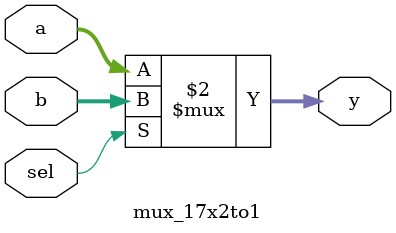
<source format=v>
`timescale 1ns / 1ps

module reg_file(
    input wr_en,
    input [16:0] wr_data,
    input [4:0] wr_addr,
    input rst,
    input clk,
    input [4:0] rd0_addr,
    input [4:0] rd1_addr,
    output [16:0] rd0_data,
    output [16:0] rd1_data);
    
    
    reg [17:0] registers[31:0];
    
    integer i;

    
    always @(negedge clk) //register write on enable and negedge of clock
    begin
        if (wr_en)
        begin
            registers[wr_addr] = wr_data;
        end
        if (rst)
        begin
            for (i = 0; i < 32; i=i+1) 
                begin
                    registers[i] = 0;
                end
        end
    end
    
    assign rd0_data = registers[rd0_addr];
	assign rd1_data = registers[rd1_addr];
    
endmodule

module sprite_alu(
    input [15:0] a,
    input [15:0] b,
    input [3:0] alu_op,
    output reg [15:0] out,
    output reg ovf,
    output reg take_branch
    );
    
    reg [16:0] sum;
    
    always @(*)
    begin
    case (alu_op)
        4'b0000 :   begin //add
                    sum = a + b;
                    out = sum[15:0];
                    ovf = sum[16];
                    take_branch = 1'b0;
                    end
        4'b0001 :   begin //subtract
                    out = a - b;
                    ovf <= (a[15] == b[15]) && (a[15] != out[15]);
                    take_branch = 1'b0;
                    end
        4'b0010 :   begin //multiply
                    out = a * b;
                    ovf = 1'b0;
                    take_branch = 1'b0;
                    end
        4'b0011 :   begin //divide
                    if (b == 0)
                        begin
                        out = 0;
                        ovf = 1'b1;
                        take_branch = 1'b0;
                        end
                    else 
                        begin
                        out = a / b;
                        ovf = 1'b0;
                        take_branch = 1'b0;
                        end
                    end
        4'b0100 :   begin //modulo
                    out = a % b;
                    ovf = 1'b0;
                    take_branch = 1'b0;
                    end
        4'b0101 :   begin //left logical shift
                    out = a << b;
                    ovf = 1'b0;
                    take_branch = 1'b0;
                    end
        4'b0110 :   begin //right arithmetic shift
                    out = a >>> b;
                    ovf = 1'b0;
                    take_branch = 1'b0;
                    end
        4'b0111 :   begin //bitwise not
                    out = ~b;
                    ovf = 1'b0;
                    take_branch = 1'b0;
                    end
        4'b1000 :   begin //bitwise and
                    out = a & b;
                    ovf = 1'b0;
                    take_branch = 1'b0;
                    end
        4'b1001 :   begin //bitwise or
                    out = a | b;
                    ovf = 1'b0;
                    take_branch = 1'b0;
                    end
        4'b1010 :   begin //jump if equal
                    out = 0;
                    ovf = 1'b0;
                    take_branch = a == b;
                    end
        4'b1011 :   begin //jump if not equal
                    out = 0;
                    ovf = 1'b0;
                    take_branch = a != b;
                    end
        4'b1100 :   begin //jump if less than
                    out = 0;
                    ovf = 1'b0;
                    take_branch = a < b;
                    end
        4'b1101 :   begin //jump is less than or equal
                    out = 0;
                    ovf = 1'b0;
                    take_branch = a <= b;
                    end
        4'b1110 :   begin //jump if greater than
                    out = 0;
                    ovf = 1'b0;
                    take_branch = a > b;
                    end
        4'b1111 :   begin //jump if greater than or equal
                    out = 0;
                    ovf = 1'b0;
                    take_branch = a >= b;
                    end
    endcase
    end
    
endmodule

module mux_16x2to1(
    input [15:0] a,
    input [15:0] b,
	input sel,
	output [15:0] y);
	
	
	assign y = sel ? b : a;
endmodule


module mux_17x2to1(
    input [16:0] a,
    input [16:0] b,
	input sel,
	output [16:0] y);
	
	
	assign y = sel ? b : a;
endmodule



</source>
